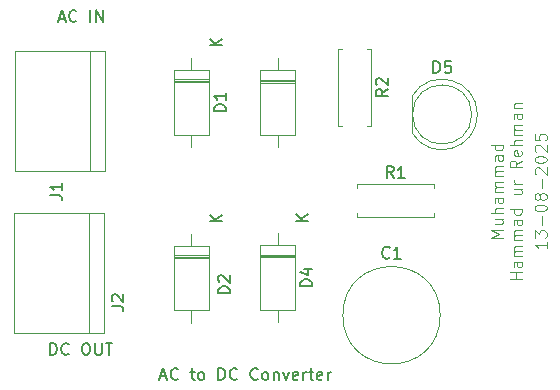
<source format=gbr>
G04 #@! TF.GenerationSoftware,KiCad,Pcbnew,9.0.1*
G04 #@! TF.CreationDate,2025-08-14T10:09:53+05:00*
G04 #@! TF.ProjectId,ac_to_dc_converter,61635f74-6f5f-4646-935f-636f6e766572,rev?*
G04 #@! TF.SameCoordinates,Original*
G04 #@! TF.FileFunction,Legend,Top*
G04 #@! TF.FilePolarity,Positive*
%FSLAX46Y46*%
G04 Gerber Fmt 4.6, Leading zero omitted, Abs format (unit mm)*
G04 Created by KiCad (PCBNEW 9.0.1) date 2025-08-14 10:09:53*
%MOMM*%
%LPD*%
G01*
G04 APERTURE LIST*
%ADD10C,0.150000*%
%ADD11C,0.100000*%
%ADD12C,0.120000*%
G04 APERTURE END LIST*
D10*
X114836779Y-115169819D02*
X114836779Y-114169819D01*
X114836779Y-114169819D02*
X115074874Y-114169819D01*
X115074874Y-114169819D02*
X115217731Y-114217438D01*
X115217731Y-114217438D02*
X115312969Y-114312676D01*
X115312969Y-114312676D02*
X115360588Y-114407914D01*
X115360588Y-114407914D02*
X115408207Y-114598390D01*
X115408207Y-114598390D02*
X115408207Y-114741247D01*
X115408207Y-114741247D02*
X115360588Y-114931723D01*
X115360588Y-114931723D02*
X115312969Y-115026961D01*
X115312969Y-115026961D02*
X115217731Y-115122200D01*
X115217731Y-115122200D02*
X115074874Y-115169819D01*
X115074874Y-115169819D02*
X114836779Y-115169819D01*
X116408207Y-115074580D02*
X116360588Y-115122200D01*
X116360588Y-115122200D02*
X116217731Y-115169819D01*
X116217731Y-115169819D02*
X116122493Y-115169819D01*
X116122493Y-115169819D02*
X115979636Y-115122200D01*
X115979636Y-115122200D02*
X115884398Y-115026961D01*
X115884398Y-115026961D02*
X115836779Y-114931723D01*
X115836779Y-114931723D02*
X115789160Y-114741247D01*
X115789160Y-114741247D02*
X115789160Y-114598390D01*
X115789160Y-114598390D02*
X115836779Y-114407914D01*
X115836779Y-114407914D02*
X115884398Y-114312676D01*
X115884398Y-114312676D02*
X115979636Y-114217438D01*
X115979636Y-114217438D02*
X116122493Y-114169819D01*
X116122493Y-114169819D02*
X116217731Y-114169819D01*
X116217731Y-114169819D02*
X116360588Y-114217438D01*
X116360588Y-114217438D02*
X116408207Y-114265057D01*
X117789160Y-114169819D02*
X117979636Y-114169819D01*
X117979636Y-114169819D02*
X118074874Y-114217438D01*
X118074874Y-114217438D02*
X118170112Y-114312676D01*
X118170112Y-114312676D02*
X118217731Y-114503152D01*
X118217731Y-114503152D02*
X118217731Y-114836485D01*
X118217731Y-114836485D02*
X118170112Y-115026961D01*
X118170112Y-115026961D02*
X118074874Y-115122200D01*
X118074874Y-115122200D02*
X117979636Y-115169819D01*
X117979636Y-115169819D02*
X117789160Y-115169819D01*
X117789160Y-115169819D02*
X117693922Y-115122200D01*
X117693922Y-115122200D02*
X117598684Y-115026961D01*
X117598684Y-115026961D02*
X117551065Y-114836485D01*
X117551065Y-114836485D02*
X117551065Y-114503152D01*
X117551065Y-114503152D02*
X117598684Y-114312676D01*
X117598684Y-114312676D02*
X117693922Y-114217438D01*
X117693922Y-114217438D02*
X117789160Y-114169819D01*
X118646303Y-114169819D02*
X118646303Y-114979342D01*
X118646303Y-114979342D02*
X118693922Y-115074580D01*
X118693922Y-115074580D02*
X118741541Y-115122200D01*
X118741541Y-115122200D02*
X118836779Y-115169819D01*
X118836779Y-115169819D02*
X119027255Y-115169819D01*
X119027255Y-115169819D02*
X119122493Y-115122200D01*
X119122493Y-115122200D02*
X119170112Y-115074580D01*
X119170112Y-115074580D02*
X119217731Y-114979342D01*
X119217731Y-114979342D02*
X119217731Y-114169819D01*
X119551065Y-114169819D02*
X120122493Y-114169819D01*
X119836779Y-115169819D02*
X119836779Y-114169819D01*
D11*
X153162475Y-105228571D02*
X152162475Y-105228571D01*
X152162475Y-105228571D02*
X152876760Y-104895238D01*
X152876760Y-104895238D02*
X152162475Y-104561905D01*
X152162475Y-104561905D02*
X153162475Y-104561905D01*
X152495808Y-103657143D02*
X153162475Y-103657143D01*
X152495808Y-104085714D02*
X153019617Y-104085714D01*
X153019617Y-104085714D02*
X153114856Y-104038095D01*
X153114856Y-104038095D02*
X153162475Y-103942857D01*
X153162475Y-103942857D02*
X153162475Y-103800000D01*
X153162475Y-103800000D02*
X153114856Y-103704762D01*
X153114856Y-103704762D02*
X153067236Y-103657143D01*
X153162475Y-103180952D02*
X152162475Y-103180952D01*
X153162475Y-102752381D02*
X152638665Y-102752381D01*
X152638665Y-102752381D02*
X152543427Y-102800000D01*
X152543427Y-102800000D02*
X152495808Y-102895238D01*
X152495808Y-102895238D02*
X152495808Y-103038095D01*
X152495808Y-103038095D02*
X152543427Y-103133333D01*
X152543427Y-103133333D02*
X152591046Y-103180952D01*
X153162475Y-101847619D02*
X152638665Y-101847619D01*
X152638665Y-101847619D02*
X152543427Y-101895238D01*
X152543427Y-101895238D02*
X152495808Y-101990476D01*
X152495808Y-101990476D02*
X152495808Y-102180952D01*
X152495808Y-102180952D02*
X152543427Y-102276190D01*
X153114856Y-101847619D02*
X153162475Y-101942857D01*
X153162475Y-101942857D02*
X153162475Y-102180952D01*
X153162475Y-102180952D02*
X153114856Y-102276190D01*
X153114856Y-102276190D02*
X153019617Y-102323809D01*
X153019617Y-102323809D02*
X152924379Y-102323809D01*
X152924379Y-102323809D02*
X152829141Y-102276190D01*
X152829141Y-102276190D02*
X152781522Y-102180952D01*
X152781522Y-102180952D02*
X152781522Y-101942857D01*
X152781522Y-101942857D02*
X152733903Y-101847619D01*
X153162475Y-101371428D02*
X152495808Y-101371428D01*
X152591046Y-101371428D02*
X152543427Y-101323809D01*
X152543427Y-101323809D02*
X152495808Y-101228571D01*
X152495808Y-101228571D02*
X152495808Y-101085714D01*
X152495808Y-101085714D02*
X152543427Y-100990476D01*
X152543427Y-100990476D02*
X152638665Y-100942857D01*
X152638665Y-100942857D02*
X153162475Y-100942857D01*
X152638665Y-100942857D02*
X152543427Y-100895238D01*
X152543427Y-100895238D02*
X152495808Y-100800000D01*
X152495808Y-100800000D02*
X152495808Y-100657143D01*
X152495808Y-100657143D02*
X152543427Y-100561904D01*
X152543427Y-100561904D02*
X152638665Y-100514285D01*
X152638665Y-100514285D02*
X153162475Y-100514285D01*
X153162475Y-100038095D02*
X152495808Y-100038095D01*
X152591046Y-100038095D02*
X152543427Y-99990476D01*
X152543427Y-99990476D02*
X152495808Y-99895238D01*
X152495808Y-99895238D02*
X152495808Y-99752381D01*
X152495808Y-99752381D02*
X152543427Y-99657143D01*
X152543427Y-99657143D02*
X152638665Y-99609524D01*
X152638665Y-99609524D02*
X153162475Y-99609524D01*
X152638665Y-99609524D02*
X152543427Y-99561905D01*
X152543427Y-99561905D02*
X152495808Y-99466667D01*
X152495808Y-99466667D02*
X152495808Y-99323810D01*
X152495808Y-99323810D02*
X152543427Y-99228571D01*
X152543427Y-99228571D02*
X152638665Y-99180952D01*
X152638665Y-99180952D02*
X153162475Y-99180952D01*
X153162475Y-98276191D02*
X152638665Y-98276191D01*
X152638665Y-98276191D02*
X152543427Y-98323810D01*
X152543427Y-98323810D02*
X152495808Y-98419048D01*
X152495808Y-98419048D02*
X152495808Y-98609524D01*
X152495808Y-98609524D02*
X152543427Y-98704762D01*
X153114856Y-98276191D02*
X153162475Y-98371429D01*
X153162475Y-98371429D02*
X153162475Y-98609524D01*
X153162475Y-98609524D02*
X153114856Y-98704762D01*
X153114856Y-98704762D02*
X153019617Y-98752381D01*
X153019617Y-98752381D02*
X152924379Y-98752381D01*
X152924379Y-98752381D02*
X152829141Y-98704762D01*
X152829141Y-98704762D02*
X152781522Y-98609524D01*
X152781522Y-98609524D02*
X152781522Y-98371429D01*
X152781522Y-98371429D02*
X152733903Y-98276191D01*
X153162475Y-97371429D02*
X152162475Y-97371429D01*
X153114856Y-97371429D02*
X153162475Y-97466667D01*
X153162475Y-97466667D02*
X153162475Y-97657143D01*
X153162475Y-97657143D02*
X153114856Y-97752381D01*
X153114856Y-97752381D02*
X153067236Y-97800000D01*
X153067236Y-97800000D02*
X152971998Y-97847619D01*
X152971998Y-97847619D02*
X152686284Y-97847619D01*
X152686284Y-97847619D02*
X152591046Y-97800000D01*
X152591046Y-97800000D02*
X152543427Y-97752381D01*
X152543427Y-97752381D02*
X152495808Y-97657143D01*
X152495808Y-97657143D02*
X152495808Y-97466667D01*
X152495808Y-97466667D02*
X152543427Y-97371429D01*
X154772419Y-108752381D02*
X153772419Y-108752381D01*
X154248609Y-108752381D02*
X154248609Y-108180953D01*
X154772419Y-108180953D02*
X153772419Y-108180953D01*
X154772419Y-107276191D02*
X154248609Y-107276191D01*
X154248609Y-107276191D02*
X154153371Y-107323810D01*
X154153371Y-107323810D02*
X154105752Y-107419048D01*
X154105752Y-107419048D02*
X154105752Y-107609524D01*
X154105752Y-107609524D02*
X154153371Y-107704762D01*
X154724800Y-107276191D02*
X154772419Y-107371429D01*
X154772419Y-107371429D02*
X154772419Y-107609524D01*
X154772419Y-107609524D02*
X154724800Y-107704762D01*
X154724800Y-107704762D02*
X154629561Y-107752381D01*
X154629561Y-107752381D02*
X154534323Y-107752381D01*
X154534323Y-107752381D02*
X154439085Y-107704762D01*
X154439085Y-107704762D02*
X154391466Y-107609524D01*
X154391466Y-107609524D02*
X154391466Y-107371429D01*
X154391466Y-107371429D02*
X154343847Y-107276191D01*
X154772419Y-106800000D02*
X154105752Y-106800000D01*
X154200990Y-106800000D02*
X154153371Y-106752381D01*
X154153371Y-106752381D02*
X154105752Y-106657143D01*
X154105752Y-106657143D02*
X154105752Y-106514286D01*
X154105752Y-106514286D02*
X154153371Y-106419048D01*
X154153371Y-106419048D02*
X154248609Y-106371429D01*
X154248609Y-106371429D02*
X154772419Y-106371429D01*
X154248609Y-106371429D02*
X154153371Y-106323810D01*
X154153371Y-106323810D02*
X154105752Y-106228572D01*
X154105752Y-106228572D02*
X154105752Y-106085715D01*
X154105752Y-106085715D02*
X154153371Y-105990476D01*
X154153371Y-105990476D02*
X154248609Y-105942857D01*
X154248609Y-105942857D02*
X154772419Y-105942857D01*
X154772419Y-105466667D02*
X154105752Y-105466667D01*
X154200990Y-105466667D02*
X154153371Y-105419048D01*
X154153371Y-105419048D02*
X154105752Y-105323810D01*
X154105752Y-105323810D02*
X154105752Y-105180953D01*
X154105752Y-105180953D02*
X154153371Y-105085715D01*
X154153371Y-105085715D02*
X154248609Y-105038096D01*
X154248609Y-105038096D02*
X154772419Y-105038096D01*
X154248609Y-105038096D02*
X154153371Y-104990477D01*
X154153371Y-104990477D02*
X154105752Y-104895239D01*
X154105752Y-104895239D02*
X154105752Y-104752382D01*
X154105752Y-104752382D02*
X154153371Y-104657143D01*
X154153371Y-104657143D02*
X154248609Y-104609524D01*
X154248609Y-104609524D02*
X154772419Y-104609524D01*
X154772419Y-103704763D02*
X154248609Y-103704763D01*
X154248609Y-103704763D02*
X154153371Y-103752382D01*
X154153371Y-103752382D02*
X154105752Y-103847620D01*
X154105752Y-103847620D02*
X154105752Y-104038096D01*
X154105752Y-104038096D02*
X154153371Y-104133334D01*
X154724800Y-103704763D02*
X154772419Y-103800001D01*
X154772419Y-103800001D02*
X154772419Y-104038096D01*
X154772419Y-104038096D02*
X154724800Y-104133334D01*
X154724800Y-104133334D02*
X154629561Y-104180953D01*
X154629561Y-104180953D02*
X154534323Y-104180953D01*
X154534323Y-104180953D02*
X154439085Y-104133334D01*
X154439085Y-104133334D02*
X154391466Y-104038096D01*
X154391466Y-104038096D02*
X154391466Y-103800001D01*
X154391466Y-103800001D02*
X154343847Y-103704763D01*
X154772419Y-102800001D02*
X153772419Y-102800001D01*
X154724800Y-102800001D02*
X154772419Y-102895239D01*
X154772419Y-102895239D02*
X154772419Y-103085715D01*
X154772419Y-103085715D02*
X154724800Y-103180953D01*
X154724800Y-103180953D02*
X154677180Y-103228572D01*
X154677180Y-103228572D02*
X154581942Y-103276191D01*
X154581942Y-103276191D02*
X154296228Y-103276191D01*
X154296228Y-103276191D02*
X154200990Y-103228572D01*
X154200990Y-103228572D02*
X154153371Y-103180953D01*
X154153371Y-103180953D02*
X154105752Y-103085715D01*
X154105752Y-103085715D02*
X154105752Y-102895239D01*
X154105752Y-102895239D02*
X154153371Y-102800001D01*
X154105752Y-101133334D02*
X154772419Y-101133334D01*
X154105752Y-101561905D02*
X154629561Y-101561905D01*
X154629561Y-101561905D02*
X154724800Y-101514286D01*
X154724800Y-101514286D02*
X154772419Y-101419048D01*
X154772419Y-101419048D02*
X154772419Y-101276191D01*
X154772419Y-101276191D02*
X154724800Y-101180953D01*
X154724800Y-101180953D02*
X154677180Y-101133334D01*
X154772419Y-100657143D02*
X154105752Y-100657143D01*
X154296228Y-100657143D02*
X154200990Y-100609524D01*
X154200990Y-100609524D02*
X154153371Y-100561905D01*
X154153371Y-100561905D02*
X154105752Y-100466667D01*
X154105752Y-100466667D02*
X154105752Y-100371429D01*
X154772419Y-98704762D02*
X154296228Y-99038095D01*
X154772419Y-99276190D02*
X153772419Y-99276190D01*
X153772419Y-99276190D02*
X153772419Y-98895238D01*
X153772419Y-98895238D02*
X153820038Y-98800000D01*
X153820038Y-98800000D02*
X153867657Y-98752381D01*
X153867657Y-98752381D02*
X153962895Y-98704762D01*
X153962895Y-98704762D02*
X154105752Y-98704762D01*
X154105752Y-98704762D02*
X154200990Y-98752381D01*
X154200990Y-98752381D02*
X154248609Y-98800000D01*
X154248609Y-98800000D02*
X154296228Y-98895238D01*
X154296228Y-98895238D02*
X154296228Y-99276190D01*
X154724800Y-97895238D02*
X154772419Y-97990476D01*
X154772419Y-97990476D02*
X154772419Y-98180952D01*
X154772419Y-98180952D02*
X154724800Y-98276190D01*
X154724800Y-98276190D02*
X154629561Y-98323809D01*
X154629561Y-98323809D02*
X154248609Y-98323809D01*
X154248609Y-98323809D02*
X154153371Y-98276190D01*
X154153371Y-98276190D02*
X154105752Y-98180952D01*
X154105752Y-98180952D02*
X154105752Y-97990476D01*
X154105752Y-97990476D02*
X154153371Y-97895238D01*
X154153371Y-97895238D02*
X154248609Y-97847619D01*
X154248609Y-97847619D02*
X154343847Y-97847619D01*
X154343847Y-97847619D02*
X154439085Y-98323809D01*
X154772419Y-97419047D02*
X153772419Y-97419047D01*
X154772419Y-96990476D02*
X154248609Y-96990476D01*
X154248609Y-96990476D02*
X154153371Y-97038095D01*
X154153371Y-97038095D02*
X154105752Y-97133333D01*
X154105752Y-97133333D02*
X154105752Y-97276190D01*
X154105752Y-97276190D02*
X154153371Y-97371428D01*
X154153371Y-97371428D02*
X154200990Y-97419047D01*
X154772419Y-96514285D02*
X154105752Y-96514285D01*
X154200990Y-96514285D02*
X154153371Y-96466666D01*
X154153371Y-96466666D02*
X154105752Y-96371428D01*
X154105752Y-96371428D02*
X154105752Y-96228571D01*
X154105752Y-96228571D02*
X154153371Y-96133333D01*
X154153371Y-96133333D02*
X154248609Y-96085714D01*
X154248609Y-96085714D02*
X154772419Y-96085714D01*
X154248609Y-96085714D02*
X154153371Y-96038095D01*
X154153371Y-96038095D02*
X154105752Y-95942857D01*
X154105752Y-95942857D02*
X154105752Y-95800000D01*
X154105752Y-95800000D02*
X154153371Y-95704761D01*
X154153371Y-95704761D02*
X154248609Y-95657142D01*
X154248609Y-95657142D02*
X154772419Y-95657142D01*
X154772419Y-94752381D02*
X154248609Y-94752381D01*
X154248609Y-94752381D02*
X154153371Y-94800000D01*
X154153371Y-94800000D02*
X154105752Y-94895238D01*
X154105752Y-94895238D02*
X154105752Y-95085714D01*
X154105752Y-95085714D02*
X154153371Y-95180952D01*
X154724800Y-94752381D02*
X154772419Y-94847619D01*
X154772419Y-94847619D02*
X154772419Y-95085714D01*
X154772419Y-95085714D02*
X154724800Y-95180952D01*
X154724800Y-95180952D02*
X154629561Y-95228571D01*
X154629561Y-95228571D02*
X154534323Y-95228571D01*
X154534323Y-95228571D02*
X154439085Y-95180952D01*
X154439085Y-95180952D02*
X154391466Y-95085714D01*
X154391466Y-95085714D02*
X154391466Y-94847619D01*
X154391466Y-94847619D02*
X154343847Y-94752381D01*
X154105752Y-94276190D02*
X154772419Y-94276190D01*
X154200990Y-94276190D02*
X154153371Y-94228571D01*
X154153371Y-94228571D02*
X154105752Y-94133333D01*
X154105752Y-94133333D02*
X154105752Y-93990476D01*
X154105752Y-93990476D02*
X154153371Y-93895238D01*
X154153371Y-93895238D02*
X154248609Y-93847619D01*
X154248609Y-93847619D02*
X154772419Y-93847619D01*
D10*
X124189160Y-116984104D02*
X124665350Y-116984104D01*
X124093922Y-117269819D02*
X124427255Y-116269819D01*
X124427255Y-116269819D02*
X124760588Y-117269819D01*
X125665350Y-117174580D02*
X125617731Y-117222200D01*
X125617731Y-117222200D02*
X125474874Y-117269819D01*
X125474874Y-117269819D02*
X125379636Y-117269819D01*
X125379636Y-117269819D02*
X125236779Y-117222200D01*
X125236779Y-117222200D02*
X125141541Y-117126961D01*
X125141541Y-117126961D02*
X125093922Y-117031723D01*
X125093922Y-117031723D02*
X125046303Y-116841247D01*
X125046303Y-116841247D02*
X125046303Y-116698390D01*
X125046303Y-116698390D02*
X125093922Y-116507914D01*
X125093922Y-116507914D02*
X125141541Y-116412676D01*
X125141541Y-116412676D02*
X125236779Y-116317438D01*
X125236779Y-116317438D02*
X125379636Y-116269819D01*
X125379636Y-116269819D02*
X125474874Y-116269819D01*
X125474874Y-116269819D02*
X125617731Y-116317438D01*
X125617731Y-116317438D02*
X125665350Y-116365057D01*
X126712970Y-116603152D02*
X127093922Y-116603152D01*
X126855827Y-116269819D02*
X126855827Y-117126961D01*
X126855827Y-117126961D02*
X126903446Y-117222200D01*
X126903446Y-117222200D02*
X126998684Y-117269819D01*
X126998684Y-117269819D02*
X127093922Y-117269819D01*
X127570113Y-117269819D02*
X127474875Y-117222200D01*
X127474875Y-117222200D02*
X127427256Y-117174580D01*
X127427256Y-117174580D02*
X127379637Y-117079342D01*
X127379637Y-117079342D02*
X127379637Y-116793628D01*
X127379637Y-116793628D02*
X127427256Y-116698390D01*
X127427256Y-116698390D02*
X127474875Y-116650771D01*
X127474875Y-116650771D02*
X127570113Y-116603152D01*
X127570113Y-116603152D02*
X127712970Y-116603152D01*
X127712970Y-116603152D02*
X127808208Y-116650771D01*
X127808208Y-116650771D02*
X127855827Y-116698390D01*
X127855827Y-116698390D02*
X127903446Y-116793628D01*
X127903446Y-116793628D02*
X127903446Y-117079342D01*
X127903446Y-117079342D02*
X127855827Y-117174580D01*
X127855827Y-117174580D02*
X127808208Y-117222200D01*
X127808208Y-117222200D02*
X127712970Y-117269819D01*
X127712970Y-117269819D02*
X127570113Y-117269819D01*
X129093923Y-117269819D02*
X129093923Y-116269819D01*
X129093923Y-116269819D02*
X129332018Y-116269819D01*
X129332018Y-116269819D02*
X129474875Y-116317438D01*
X129474875Y-116317438D02*
X129570113Y-116412676D01*
X129570113Y-116412676D02*
X129617732Y-116507914D01*
X129617732Y-116507914D02*
X129665351Y-116698390D01*
X129665351Y-116698390D02*
X129665351Y-116841247D01*
X129665351Y-116841247D02*
X129617732Y-117031723D01*
X129617732Y-117031723D02*
X129570113Y-117126961D01*
X129570113Y-117126961D02*
X129474875Y-117222200D01*
X129474875Y-117222200D02*
X129332018Y-117269819D01*
X129332018Y-117269819D02*
X129093923Y-117269819D01*
X130665351Y-117174580D02*
X130617732Y-117222200D01*
X130617732Y-117222200D02*
X130474875Y-117269819D01*
X130474875Y-117269819D02*
X130379637Y-117269819D01*
X130379637Y-117269819D02*
X130236780Y-117222200D01*
X130236780Y-117222200D02*
X130141542Y-117126961D01*
X130141542Y-117126961D02*
X130093923Y-117031723D01*
X130093923Y-117031723D02*
X130046304Y-116841247D01*
X130046304Y-116841247D02*
X130046304Y-116698390D01*
X130046304Y-116698390D02*
X130093923Y-116507914D01*
X130093923Y-116507914D02*
X130141542Y-116412676D01*
X130141542Y-116412676D02*
X130236780Y-116317438D01*
X130236780Y-116317438D02*
X130379637Y-116269819D01*
X130379637Y-116269819D02*
X130474875Y-116269819D01*
X130474875Y-116269819D02*
X130617732Y-116317438D01*
X130617732Y-116317438D02*
X130665351Y-116365057D01*
X132427256Y-117174580D02*
X132379637Y-117222200D01*
X132379637Y-117222200D02*
X132236780Y-117269819D01*
X132236780Y-117269819D02*
X132141542Y-117269819D01*
X132141542Y-117269819D02*
X131998685Y-117222200D01*
X131998685Y-117222200D02*
X131903447Y-117126961D01*
X131903447Y-117126961D02*
X131855828Y-117031723D01*
X131855828Y-117031723D02*
X131808209Y-116841247D01*
X131808209Y-116841247D02*
X131808209Y-116698390D01*
X131808209Y-116698390D02*
X131855828Y-116507914D01*
X131855828Y-116507914D02*
X131903447Y-116412676D01*
X131903447Y-116412676D02*
X131998685Y-116317438D01*
X131998685Y-116317438D02*
X132141542Y-116269819D01*
X132141542Y-116269819D02*
X132236780Y-116269819D01*
X132236780Y-116269819D02*
X132379637Y-116317438D01*
X132379637Y-116317438D02*
X132427256Y-116365057D01*
X132998685Y-117269819D02*
X132903447Y-117222200D01*
X132903447Y-117222200D02*
X132855828Y-117174580D01*
X132855828Y-117174580D02*
X132808209Y-117079342D01*
X132808209Y-117079342D02*
X132808209Y-116793628D01*
X132808209Y-116793628D02*
X132855828Y-116698390D01*
X132855828Y-116698390D02*
X132903447Y-116650771D01*
X132903447Y-116650771D02*
X132998685Y-116603152D01*
X132998685Y-116603152D02*
X133141542Y-116603152D01*
X133141542Y-116603152D02*
X133236780Y-116650771D01*
X133236780Y-116650771D02*
X133284399Y-116698390D01*
X133284399Y-116698390D02*
X133332018Y-116793628D01*
X133332018Y-116793628D02*
X133332018Y-117079342D01*
X133332018Y-117079342D02*
X133284399Y-117174580D01*
X133284399Y-117174580D02*
X133236780Y-117222200D01*
X133236780Y-117222200D02*
X133141542Y-117269819D01*
X133141542Y-117269819D02*
X132998685Y-117269819D01*
X133760590Y-116603152D02*
X133760590Y-117269819D01*
X133760590Y-116698390D02*
X133808209Y-116650771D01*
X133808209Y-116650771D02*
X133903447Y-116603152D01*
X133903447Y-116603152D02*
X134046304Y-116603152D01*
X134046304Y-116603152D02*
X134141542Y-116650771D01*
X134141542Y-116650771D02*
X134189161Y-116746009D01*
X134189161Y-116746009D02*
X134189161Y-117269819D01*
X134570114Y-116603152D02*
X134808209Y-117269819D01*
X134808209Y-117269819D02*
X135046304Y-116603152D01*
X135808209Y-117222200D02*
X135712971Y-117269819D01*
X135712971Y-117269819D02*
X135522495Y-117269819D01*
X135522495Y-117269819D02*
X135427257Y-117222200D01*
X135427257Y-117222200D02*
X135379638Y-117126961D01*
X135379638Y-117126961D02*
X135379638Y-116746009D01*
X135379638Y-116746009D02*
X135427257Y-116650771D01*
X135427257Y-116650771D02*
X135522495Y-116603152D01*
X135522495Y-116603152D02*
X135712971Y-116603152D01*
X135712971Y-116603152D02*
X135808209Y-116650771D01*
X135808209Y-116650771D02*
X135855828Y-116746009D01*
X135855828Y-116746009D02*
X135855828Y-116841247D01*
X135855828Y-116841247D02*
X135379638Y-116936485D01*
X136284400Y-117269819D02*
X136284400Y-116603152D01*
X136284400Y-116793628D02*
X136332019Y-116698390D01*
X136332019Y-116698390D02*
X136379638Y-116650771D01*
X136379638Y-116650771D02*
X136474876Y-116603152D01*
X136474876Y-116603152D02*
X136570114Y-116603152D01*
X136760591Y-116603152D02*
X137141543Y-116603152D01*
X136903448Y-116269819D02*
X136903448Y-117126961D01*
X136903448Y-117126961D02*
X136951067Y-117222200D01*
X136951067Y-117222200D02*
X137046305Y-117269819D01*
X137046305Y-117269819D02*
X137141543Y-117269819D01*
X137855829Y-117222200D02*
X137760591Y-117269819D01*
X137760591Y-117269819D02*
X137570115Y-117269819D01*
X137570115Y-117269819D02*
X137474877Y-117222200D01*
X137474877Y-117222200D02*
X137427258Y-117126961D01*
X137427258Y-117126961D02*
X137427258Y-116746009D01*
X137427258Y-116746009D02*
X137474877Y-116650771D01*
X137474877Y-116650771D02*
X137570115Y-116603152D01*
X137570115Y-116603152D02*
X137760591Y-116603152D01*
X137760591Y-116603152D02*
X137855829Y-116650771D01*
X137855829Y-116650771D02*
X137903448Y-116746009D01*
X137903448Y-116746009D02*
X137903448Y-116841247D01*
X137903448Y-116841247D02*
X137427258Y-116936485D01*
X138332020Y-117269819D02*
X138332020Y-116603152D01*
X138332020Y-116793628D02*
X138379639Y-116698390D01*
X138379639Y-116698390D02*
X138427258Y-116650771D01*
X138427258Y-116650771D02*
X138522496Y-116603152D01*
X138522496Y-116603152D02*
X138617734Y-116603152D01*
D11*
X156872419Y-105569925D02*
X156872419Y-106141353D01*
X156872419Y-105855639D02*
X155872419Y-105855639D01*
X155872419Y-105855639D02*
X156015276Y-105950877D01*
X156015276Y-105950877D02*
X156110514Y-106046115D01*
X156110514Y-106046115D02*
X156158133Y-106141353D01*
X155872419Y-105236591D02*
X155872419Y-104617544D01*
X155872419Y-104617544D02*
X156253371Y-104950877D01*
X156253371Y-104950877D02*
X156253371Y-104808020D01*
X156253371Y-104808020D02*
X156300990Y-104712782D01*
X156300990Y-104712782D02*
X156348609Y-104665163D01*
X156348609Y-104665163D02*
X156443847Y-104617544D01*
X156443847Y-104617544D02*
X156681942Y-104617544D01*
X156681942Y-104617544D02*
X156777180Y-104665163D01*
X156777180Y-104665163D02*
X156824800Y-104712782D01*
X156824800Y-104712782D02*
X156872419Y-104808020D01*
X156872419Y-104808020D02*
X156872419Y-105093734D01*
X156872419Y-105093734D02*
X156824800Y-105188972D01*
X156824800Y-105188972D02*
X156777180Y-105236591D01*
X156491466Y-104188972D02*
X156491466Y-103427068D01*
X155872419Y-102760401D02*
X155872419Y-102665163D01*
X155872419Y-102665163D02*
X155920038Y-102569925D01*
X155920038Y-102569925D02*
X155967657Y-102522306D01*
X155967657Y-102522306D02*
X156062895Y-102474687D01*
X156062895Y-102474687D02*
X156253371Y-102427068D01*
X156253371Y-102427068D02*
X156491466Y-102427068D01*
X156491466Y-102427068D02*
X156681942Y-102474687D01*
X156681942Y-102474687D02*
X156777180Y-102522306D01*
X156777180Y-102522306D02*
X156824800Y-102569925D01*
X156824800Y-102569925D02*
X156872419Y-102665163D01*
X156872419Y-102665163D02*
X156872419Y-102760401D01*
X156872419Y-102760401D02*
X156824800Y-102855639D01*
X156824800Y-102855639D02*
X156777180Y-102903258D01*
X156777180Y-102903258D02*
X156681942Y-102950877D01*
X156681942Y-102950877D02*
X156491466Y-102998496D01*
X156491466Y-102998496D02*
X156253371Y-102998496D01*
X156253371Y-102998496D02*
X156062895Y-102950877D01*
X156062895Y-102950877D02*
X155967657Y-102903258D01*
X155967657Y-102903258D02*
X155920038Y-102855639D01*
X155920038Y-102855639D02*
X155872419Y-102760401D01*
X156300990Y-101855639D02*
X156253371Y-101950877D01*
X156253371Y-101950877D02*
X156205752Y-101998496D01*
X156205752Y-101998496D02*
X156110514Y-102046115D01*
X156110514Y-102046115D02*
X156062895Y-102046115D01*
X156062895Y-102046115D02*
X155967657Y-101998496D01*
X155967657Y-101998496D02*
X155920038Y-101950877D01*
X155920038Y-101950877D02*
X155872419Y-101855639D01*
X155872419Y-101855639D02*
X155872419Y-101665163D01*
X155872419Y-101665163D02*
X155920038Y-101569925D01*
X155920038Y-101569925D02*
X155967657Y-101522306D01*
X155967657Y-101522306D02*
X156062895Y-101474687D01*
X156062895Y-101474687D02*
X156110514Y-101474687D01*
X156110514Y-101474687D02*
X156205752Y-101522306D01*
X156205752Y-101522306D02*
X156253371Y-101569925D01*
X156253371Y-101569925D02*
X156300990Y-101665163D01*
X156300990Y-101665163D02*
X156300990Y-101855639D01*
X156300990Y-101855639D02*
X156348609Y-101950877D01*
X156348609Y-101950877D02*
X156396228Y-101998496D01*
X156396228Y-101998496D02*
X156491466Y-102046115D01*
X156491466Y-102046115D02*
X156681942Y-102046115D01*
X156681942Y-102046115D02*
X156777180Y-101998496D01*
X156777180Y-101998496D02*
X156824800Y-101950877D01*
X156824800Y-101950877D02*
X156872419Y-101855639D01*
X156872419Y-101855639D02*
X156872419Y-101665163D01*
X156872419Y-101665163D02*
X156824800Y-101569925D01*
X156824800Y-101569925D02*
X156777180Y-101522306D01*
X156777180Y-101522306D02*
X156681942Y-101474687D01*
X156681942Y-101474687D02*
X156491466Y-101474687D01*
X156491466Y-101474687D02*
X156396228Y-101522306D01*
X156396228Y-101522306D02*
X156348609Y-101569925D01*
X156348609Y-101569925D02*
X156300990Y-101665163D01*
X156491466Y-101046115D02*
X156491466Y-100284211D01*
X155967657Y-99855639D02*
X155920038Y-99808020D01*
X155920038Y-99808020D02*
X155872419Y-99712782D01*
X155872419Y-99712782D02*
X155872419Y-99474687D01*
X155872419Y-99474687D02*
X155920038Y-99379449D01*
X155920038Y-99379449D02*
X155967657Y-99331830D01*
X155967657Y-99331830D02*
X156062895Y-99284211D01*
X156062895Y-99284211D02*
X156158133Y-99284211D01*
X156158133Y-99284211D02*
X156300990Y-99331830D01*
X156300990Y-99331830D02*
X156872419Y-99903258D01*
X156872419Y-99903258D02*
X156872419Y-99284211D01*
X155872419Y-98665163D02*
X155872419Y-98569925D01*
X155872419Y-98569925D02*
X155920038Y-98474687D01*
X155920038Y-98474687D02*
X155967657Y-98427068D01*
X155967657Y-98427068D02*
X156062895Y-98379449D01*
X156062895Y-98379449D02*
X156253371Y-98331830D01*
X156253371Y-98331830D02*
X156491466Y-98331830D01*
X156491466Y-98331830D02*
X156681942Y-98379449D01*
X156681942Y-98379449D02*
X156777180Y-98427068D01*
X156777180Y-98427068D02*
X156824800Y-98474687D01*
X156824800Y-98474687D02*
X156872419Y-98569925D01*
X156872419Y-98569925D02*
X156872419Y-98665163D01*
X156872419Y-98665163D02*
X156824800Y-98760401D01*
X156824800Y-98760401D02*
X156777180Y-98808020D01*
X156777180Y-98808020D02*
X156681942Y-98855639D01*
X156681942Y-98855639D02*
X156491466Y-98903258D01*
X156491466Y-98903258D02*
X156253371Y-98903258D01*
X156253371Y-98903258D02*
X156062895Y-98855639D01*
X156062895Y-98855639D02*
X155967657Y-98808020D01*
X155967657Y-98808020D02*
X155920038Y-98760401D01*
X155920038Y-98760401D02*
X155872419Y-98665163D01*
X155967657Y-97950877D02*
X155920038Y-97903258D01*
X155920038Y-97903258D02*
X155872419Y-97808020D01*
X155872419Y-97808020D02*
X155872419Y-97569925D01*
X155872419Y-97569925D02*
X155920038Y-97474687D01*
X155920038Y-97474687D02*
X155967657Y-97427068D01*
X155967657Y-97427068D02*
X156062895Y-97379449D01*
X156062895Y-97379449D02*
X156158133Y-97379449D01*
X156158133Y-97379449D02*
X156300990Y-97427068D01*
X156300990Y-97427068D02*
X156872419Y-97998496D01*
X156872419Y-97998496D02*
X156872419Y-97379449D01*
X155872419Y-96474687D02*
X155872419Y-96950877D01*
X155872419Y-96950877D02*
X156348609Y-96998496D01*
X156348609Y-96998496D02*
X156300990Y-96950877D01*
X156300990Y-96950877D02*
X156253371Y-96855639D01*
X156253371Y-96855639D02*
X156253371Y-96617544D01*
X156253371Y-96617544D02*
X156300990Y-96522306D01*
X156300990Y-96522306D02*
X156348609Y-96474687D01*
X156348609Y-96474687D02*
X156443847Y-96427068D01*
X156443847Y-96427068D02*
X156681942Y-96427068D01*
X156681942Y-96427068D02*
X156777180Y-96474687D01*
X156777180Y-96474687D02*
X156824800Y-96522306D01*
X156824800Y-96522306D02*
X156872419Y-96617544D01*
X156872419Y-96617544D02*
X156872419Y-96855639D01*
X156872419Y-96855639D02*
X156824800Y-96950877D01*
X156824800Y-96950877D02*
X156777180Y-96998496D01*
D10*
X115589160Y-86684104D02*
X116065350Y-86684104D01*
X115493922Y-86969819D02*
X115827255Y-85969819D01*
X115827255Y-85969819D02*
X116160588Y-86969819D01*
X117065350Y-86874580D02*
X117017731Y-86922200D01*
X117017731Y-86922200D02*
X116874874Y-86969819D01*
X116874874Y-86969819D02*
X116779636Y-86969819D01*
X116779636Y-86969819D02*
X116636779Y-86922200D01*
X116636779Y-86922200D02*
X116541541Y-86826961D01*
X116541541Y-86826961D02*
X116493922Y-86731723D01*
X116493922Y-86731723D02*
X116446303Y-86541247D01*
X116446303Y-86541247D02*
X116446303Y-86398390D01*
X116446303Y-86398390D02*
X116493922Y-86207914D01*
X116493922Y-86207914D02*
X116541541Y-86112676D01*
X116541541Y-86112676D02*
X116636779Y-86017438D01*
X116636779Y-86017438D02*
X116779636Y-85969819D01*
X116779636Y-85969819D02*
X116874874Y-85969819D01*
X116874874Y-85969819D02*
X117017731Y-86017438D01*
X117017731Y-86017438D02*
X117065350Y-86065057D01*
X118255827Y-86969819D02*
X118255827Y-85969819D01*
X118732017Y-86969819D02*
X118732017Y-85969819D01*
X118732017Y-85969819D02*
X119303445Y-86969819D01*
X119303445Y-86969819D02*
X119303445Y-85969819D01*
X137024819Y-109338094D02*
X136024819Y-109338094D01*
X136024819Y-109338094D02*
X136024819Y-109099999D01*
X136024819Y-109099999D02*
X136072438Y-108957142D01*
X136072438Y-108957142D02*
X136167676Y-108861904D01*
X136167676Y-108861904D02*
X136262914Y-108814285D01*
X136262914Y-108814285D02*
X136453390Y-108766666D01*
X136453390Y-108766666D02*
X136596247Y-108766666D01*
X136596247Y-108766666D02*
X136786723Y-108814285D01*
X136786723Y-108814285D02*
X136881961Y-108861904D01*
X136881961Y-108861904D02*
X136977200Y-108957142D01*
X136977200Y-108957142D02*
X137024819Y-109099999D01*
X137024819Y-109099999D02*
X137024819Y-109338094D01*
X136358152Y-107909523D02*
X137024819Y-107909523D01*
X135977200Y-108147618D02*
X136691485Y-108385713D01*
X136691485Y-108385713D02*
X136691485Y-107766666D01*
X136654819Y-103781904D02*
X135654819Y-103781904D01*
X136654819Y-103210476D02*
X136083390Y-103639047D01*
X135654819Y-103210476D02*
X136226247Y-103781904D01*
X143923333Y-100184819D02*
X143590000Y-99708628D01*
X143351905Y-100184819D02*
X143351905Y-99184819D01*
X143351905Y-99184819D02*
X143732857Y-99184819D01*
X143732857Y-99184819D02*
X143828095Y-99232438D01*
X143828095Y-99232438D02*
X143875714Y-99280057D01*
X143875714Y-99280057D02*
X143923333Y-99375295D01*
X143923333Y-99375295D02*
X143923333Y-99518152D01*
X143923333Y-99518152D02*
X143875714Y-99613390D01*
X143875714Y-99613390D02*
X143828095Y-99661009D01*
X143828095Y-99661009D02*
X143732857Y-99708628D01*
X143732857Y-99708628D02*
X143351905Y-99708628D01*
X144875714Y-100184819D02*
X144304286Y-100184819D01*
X144590000Y-100184819D02*
X144590000Y-99184819D01*
X144590000Y-99184819D02*
X144494762Y-99327676D01*
X144494762Y-99327676D02*
X144399524Y-99422914D01*
X144399524Y-99422914D02*
X144304286Y-99470533D01*
X120054819Y-111033333D02*
X120769104Y-111033333D01*
X120769104Y-111033333D02*
X120911961Y-111080952D01*
X120911961Y-111080952D02*
X121007200Y-111176190D01*
X121007200Y-111176190D02*
X121054819Y-111319047D01*
X121054819Y-111319047D02*
X121054819Y-111414285D01*
X120150057Y-110604761D02*
X120102438Y-110557142D01*
X120102438Y-110557142D02*
X120054819Y-110461904D01*
X120054819Y-110461904D02*
X120054819Y-110223809D01*
X120054819Y-110223809D02*
X120102438Y-110128571D01*
X120102438Y-110128571D02*
X120150057Y-110080952D01*
X120150057Y-110080952D02*
X120245295Y-110033333D01*
X120245295Y-110033333D02*
X120340533Y-110033333D01*
X120340533Y-110033333D02*
X120483390Y-110080952D01*
X120483390Y-110080952D02*
X121054819Y-110652380D01*
X121054819Y-110652380D02*
X121054819Y-110033333D01*
X143424819Y-92666666D02*
X142948628Y-92999999D01*
X143424819Y-93238094D02*
X142424819Y-93238094D01*
X142424819Y-93238094D02*
X142424819Y-92857142D01*
X142424819Y-92857142D02*
X142472438Y-92761904D01*
X142472438Y-92761904D02*
X142520057Y-92714285D01*
X142520057Y-92714285D02*
X142615295Y-92666666D01*
X142615295Y-92666666D02*
X142758152Y-92666666D01*
X142758152Y-92666666D02*
X142853390Y-92714285D01*
X142853390Y-92714285D02*
X142901009Y-92761904D01*
X142901009Y-92761904D02*
X142948628Y-92857142D01*
X142948628Y-92857142D02*
X142948628Y-93238094D01*
X142520057Y-92285713D02*
X142472438Y-92238094D01*
X142472438Y-92238094D02*
X142424819Y-92142856D01*
X142424819Y-92142856D02*
X142424819Y-91904761D01*
X142424819Y-91904761D02*
X142472438Y-91809523D01*
X142472438Y-91809523D02*
X142520057Y-91761904D01*
X142520057Y-91761904D02*
X142615295Y-91714285D01*
X142615295Y-91714285D02*
X142710533Y-91714285D01*
X142710533Y-91714285D02*
X142853390Y-91761904D01*
X142853390Y-91761904D02*
X143424819Y-92333332D01*
X143424819Y-92333332D02*
X143424819Y-91714285D01*
X147291905Y-91294819D02*
X147291905Y-90294819D01*
X147291905Y-90294819D02*
X147530000Y-90294819D01*
X147530000Y-90294819D02*
X147672857Y-90342438D01*
X147672857Y-90342438D02*
X147768095Y-90437676D01*
X147768095Y-90437676D02*
X147815714Y-90532914D01*
X147815714Y-90532914D02*
X147863333Y-90723390D01*
X147863333Y-90723390D02*
X147863333Y-90866247D01*
X147863333Y-90866247D02*
X147815714Y-91056723D01*
X147815714Y-91056723D02*
X147768095Y-91151961D01*
X147768095Y-91151961D02*
X147672857Y-91247200D01*
X147672857Y-91247200D02*
X147530000Y-91294819D01*
X147530000Y-91294819D02*
X147291905Y-91294819D01*
X148768095Y-90294819D02*
X148291905Y-90294819D01*
X148291905Y-90294819D02*
X148244286Y-90771009D01*
X148244286Y-90771009D02*
X148291905Y-90723390D01*
X148291905Y-90723390D02*
X148387143Y-90675771D01*
X148387143Y-90675771D02*
X148625238Y-90675771D01*
X148625238Y-90675771D02*
X148720476Y-90723390D01*
X148720476Y-90723390D02*
X148768095Y-90771009D01*
X148768095Y-90771009D02*
X148815714Y-90866247D01*
X148815714Y-90866247D02*
X148815714Y-91104342D01*
X148815714Y-91104342D02*
X148768095Y-91199580D01*
X148768095Y-91199580D02*
X148720476Y-91247200D01*
X148720476Y-91247200D02*
X148625238Y-91294819D01*
X148625238Y-91294819D02*
X148387143Y-91294819D01*
X148387143Y-91294819D02*
X148291905Y-91247200D01*
X148291905Y-91247200D02*
X148244286Y-91199580D01*
X129724819Y-94518094D02*
X128724819Y-94518094D01*
X128724819Y-94518094D02*
X128724819Y-94279999D01*
X128724819Y-94279999D02*
X128772438Y-94137142D01*
X128772438Y-94137142D02*
X128867676Y-94041904D01*
X128867676Y-94041904D02*
X128962914Y-93994285D01*
X128962914Y-93994285D02*
X129153390Y-93946666D01*
X129153390Y-93946666D02*
X129296247Y-93946666D01*
X129296247Y-93946666D02*
X129486723Y-93994285D01*
X129486723Y-93994285D02*
X129581961Y-94041904D01*
X129581961Y-94041904D02*
X129677200Y-94137142D01*
X129677200Y-94137142D02*
X129724819Y-94279999D01*
X129724819Y-94279999D02*
X129724819Y-94518094D01*
X129724819Y-92994285D02*
X129724819Y-93565713D01*
X129724819Y-93279999D02*
X128724819Y-93279999D01*
X128724819Y-93279999D02*
X128867676Y-93375237D01*
X128867676Y-93375237D02*
X128962914Y-93470475D01*
X128962914Y-93470475D02*
X129010533Y-93565713D01*
X129354819Y-88961904D02*
X128354819Y-88961904D01*
X129354819Y-88390476D02*
X128783390Y-88819047D01*
X128354819Y-88390476D02*
X128926247Y-88961904D01*
X114854819Y-101633333D02*
X115569104Y-101633333D01*
X115569104Y-101633333D02*
X115711961Y-101680952D01*
X115711961Y-101680952D02*
X115807200Y-101776190D01*
X115807200Y-101776190D02*
X115854819Y-101919047D01*
X115854819Y-101919047D02*
X115854819Y-102014285D01*
X115854819Y-100633333D02*
X115854819Y-101204761D01*
X115854819Y-100919047D02*
X114854819Y-100919047D01*
X114854819Y-100919047D02*
X114997676Y-101014285D01*
X114997676Y-101014285D02*
X115092914Y-101109523D01*
X115092914Y-101109523D02*
X115140533Y-101204761D01*
X130054819Y-109938094D02*
X129054819Y-109938094D01*
X129054819Y-109938094D02*
X129054819Y-109699999D01*
X129054819Y-109699999D02*
X129102438Y-109557142D01*
X129102438Y-109557142D02*
X129197676Y-109461904D01*
X129197676Y-109461904D02*
X129292914Y-109414285D01*
X129292914Y-109414285D02*
X129483390Y-109366666D01*
X129483390Y-109366666D02*
X129626247Y-109366666D01*
X129626247Y-109366666D02*
X129816723Y-109414285D01*
X129816723Y-109414285D02*
X129911961Y-109461904D01*
X129911961Y-109461904D02*
X130007200Y-109557142D01*
X130007200Y-109557142D02*
X130054819Y-109699999D01*
X130054819Y-109699999D02*
X130054819Y-109938094D01*
X129150057Y-108985713D02*
X129102438Y-108938094D01*
X129102438Y-108938094D02*
X129054819Y-108842856D01*
X129054819Y-108842856D02*
X129054819Y-108604761D01*
X129054819Y-108604761D02*
X129102438Y-108509523D01*
X129102438Y-108509523D02*
X129150057Y-108461904D01*
X129150057Y-108461904D02*
X129245295Y-108414285D01*
X129245295Y-108414285D02*
X129340533Y-108414285D01*
X129340533Y-108414285D02*
X129483390Y-108461904D01*
X129483390Y-108461904D02*
X130054819Y-109033332D01*
X130054819Y-109033332D02*
X130054819Y-108414285D01*
X129354819Y-103861904D02*
X128354819Y-103861904D01*
X129354819Y-103290476D02*
X128783390Y-103719047D01*
X128354819Y-103290476D02*
X128926247Y-103861904D01*
X143583333Y-106909580D02*
X143535714Y-106957200D01*
X143535714Y-106957200D02*
X143392857Y-107004819D01*
X143392857Y-107004819D02*
X143297619Y-107004819D01*
X143297619Y-107004819D02*
X143154762Y-106957200D01*
X143154762Y-106957200D02*
X143059524Y-106861961D01*
X143059524Y-106861961D02*
X143011905Y-106766723D01*
X143011905Y-106766723D02*
X142964286Y-106576247D01*
X142964286Y-106576247D02*
X142964286Y-106433390D01*
X142964286Y-106433390D02*
X143011905Y-106242914D01*
X143011905Y-106242914D02*
X143059524Y-106147676D01*
X143059524Y-106147676D02*
X143154762Y-106052438D01*
X143154762Y-106052438D02*
X143297619Y-106004819D01*
X143297619Y-106004819D02*
X143392857Y-106004819D01*
X143392857Y-106004819D02*
X143535714Y-106052438D01*
X143535714Y-106052438D02*
X143583333Y-106100057D01*
X144535714Y-107004819D02*
X143964286Y-107004819D01*
X144250000Y-107004819D02*
X144250000Y-106004819D01*
X144250000Y-106004819D02*
X144154762Y-106147676D01*
X144154762Y-106147676D02*
X144059524Y-106242914D01*
X144059524Y-106242914D02*
X143964286Y-106290533D01*
D12*
X132630000Y-105880000D02*
X132630000Y-111320000D01*
X132630000Y-111320000D02*
X135570000Y-111320000D01*
X134100000Y-104860000D02*
X134100000Y-105880000D01*
X134100000Y-112340000D02*
X134100000Y-111320000D01*
X135570000Y-105880000D02*
X132630000Y-105880000D01*
X135570000Y-106660000D02*
X132630000Y-106660000D01*
X135570000Y-106780000D02*
X132630000Y-106780000D01*
X135570000Y-106900000D02*
X132630000Y-106900000D01*
X135570000Y-111320000D02*
X135570000Y-105880000D01*
X140820000Y-100730000D02*
X147360000Y-100730000D01*
X140820000Y-101060000D02*
X140820000Y-100730000D01*
X140820000Y-103140000D02*
X140820000Y-103470000D01*
X140820000Y-103470000D02*
X147360000Y-103470000D01*
X147360000Y-100730000D02*
X147360000Y-101060000D01*
X147360000Y-103470000D02*
X147360000Y-103140000D01*
X111790000Y-103120000D02*
X111790000Y-113280000D01*
X111790000Y-113280000D02*
X119410000Y-113280000D01*
X118140000Y-103120000D02*
X118140000Y-113280000D01*
X119410000Y-103120000D02*
X111790000Y-103120000D01*
X119410000Y-113280000D02*
X119410000Y-103120000D01*
X139230000Y-89230000D02*
X139230000Y-95770000D01*
X139230000Y-95770000D02*
X139560000Y-95770000D01*
X139560000Y-89230000D02*
X139230000Y-89230000D01*
X141640000Y-89230000D02*
X141970000Y-89230000D01*
X141970000Y-89230000D02*
X141970000Y-95770000D01*
X141970000Y-95770000D02*
X141640000Y-95770000D01*
X145470000Y-93255000D02*
X145470000Y-96345000D01*
X145470000Y-93255170D02*
G75*
G02*
X151020000Y-94799952I2560000J-1544830D01*
G01*
X151020000Y-94800048D02*
G75*
G02*
X145470000Y-96344830I-2990000J48D01*
G01*
X150530000Y-94800000D02*
G75*
G02*
X145530000Y-94800000I-2500000J0D01*
G01*
X145530000Y-94800000D02*
G75*
G02*
X150530000Y-94800000I2500000J0D01*
G01*
X125330000Y-91060000D02*
X125330000Y-96500000D01*
X125330000Y-96500000D02*
X128270000Y-96500000D01*
X126800000Y-90040000D02*
X126800000Y-91060000D01*
X126800000Y-97520000D02*
X126800000Y-96500000D01*
X128270000Y-91060000D02*
X125330000Y-91060000D01*
X128270000Y-91840000D02*
X125330000Y-91840000D01*
X128270000Y-91960000D02*
X125330000Y-91960000D01*
X128270000Y-92080000D02*
X125330000Y-92080000D01*
X128270000Y-96500000D02*
X128270000Y-91060000D01*
X111890000Y-89460000D02*
X111890000Y-99620000D01*
X111890000Y-99620000D02*
X119510000Y-99620000D01*
X118240000Y-89460000D02*
X118240000Y-99620000D01*
X119510000Y-89460000D02*
X111890000Y-89460000D01*
X119510000Y-99620000D02*
X119510000Y-89460000D01*
X132630000Y-91080000D02*
X132630000Y-96520000D01*
X132630000Y-96520000D02*
X135570000Y-96520000D01*
X134100000Y-90060000D02*
X134100000Y-91080000D01*
X134100000Y-97540000D02*
X134100000Y-96520000D01*
X135570000Y-91080000D02*
X132630000Y-91080000D01*
X135570000Y-91860000D02*
X132630000Y-91860000D01*
X135570000Y-91980000D02*
X132630000Y-91980000D01*
X135570000Y-92100000D02*
X132630000Y-92100000D01*
X135570000Y-96520000D02*
X135570000Y-91080000D01*
X125330000Y-105960000D02*
X125330000Y-111400000D01*
X125330000Y-111400000D02*
X128270000Y-111400000D01*
X126800000Y-104940000D02*
X126800000Y-105960000D01*
X126800000Y-112420000D02*
X126800000Y-111400000D01*
X128270000Y-105960000D02*
X125330000Y-105960000D01*
X128270000Y-106740000D02*
X125330000Y-106740000D01*
X128270000Y-106860000D02*
X125330000Y-106860000D01*
X128270000Y-106980000D02*
X125330000Y-106980000D01*
X128270000Y-111400000D02*
X128270000Y-105960000D01*
X147870000Y-111800000D02*
G75*
G02*
X139630000Y-111800000I-4120000J0D01*
G01*
X139630000Y-111800000D02*
G75*
G02*
X147870000Y-111800000I4120000J0D01*
G01*
M02*

</source>
